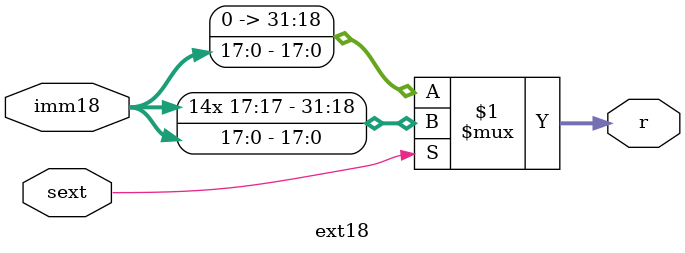
<source format=v>
`timescale 1ns / 1ps


module ext5(
    input [4:0] imm5,
    input sext,
    output [31:0] r
    );
	assign r = sext?{{27{imm5[4]}},imm5}:{{27'b0},imm5};
endmodule

module ext16(
	input [15:0] imm16,
	input sext,
	output [31:0] r
	);
	assign r = sext?{{16{imm16[15]}},imm16}:{{16'b0},imm16};
endmodule

module ext18(
	input [17:0] imm18,
	input sext,
	output [31:0] r
	);
	assign r = sext?{{14{imm18[17]}},imm18}:{{14'b0},imm18};
endmodule

</source>
